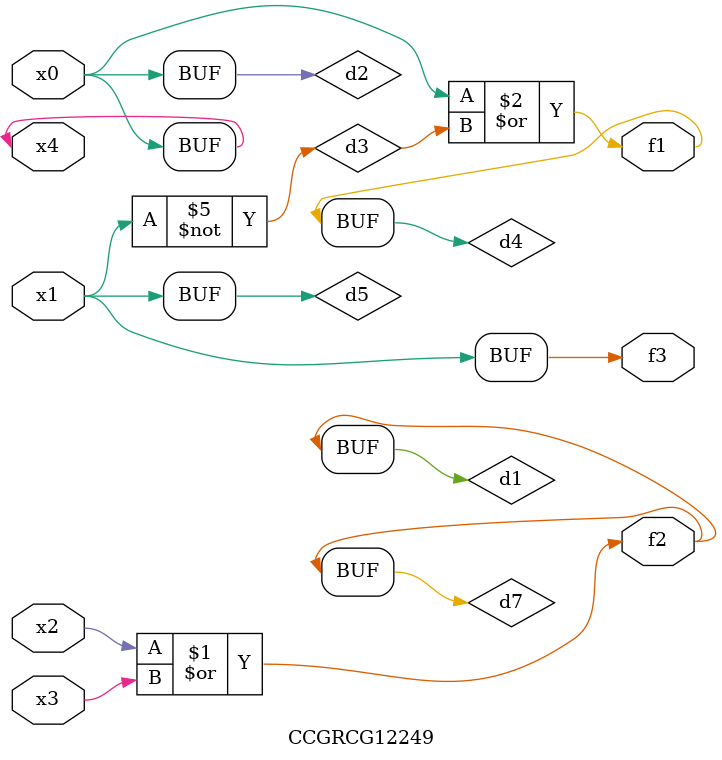
<source format=v>
module CCGRCG12249(
	input x0, x1, x2, x3, x4,
	output f1, f2, f3
);

	wire d1, d2, d3, d4, d5, d6, d7;

	or (d1, x2, x3);
	buf (d2, x0, x4);
	not (d3, x1);
	or (d4, d2, d3);
	not (d5, d3);
	nand (d6, d1, d3);
	or (d7, d1);
	assign f1 = d4;
	assign f2 = d7;
	assign f3 = d5;
endmodule

</source>
